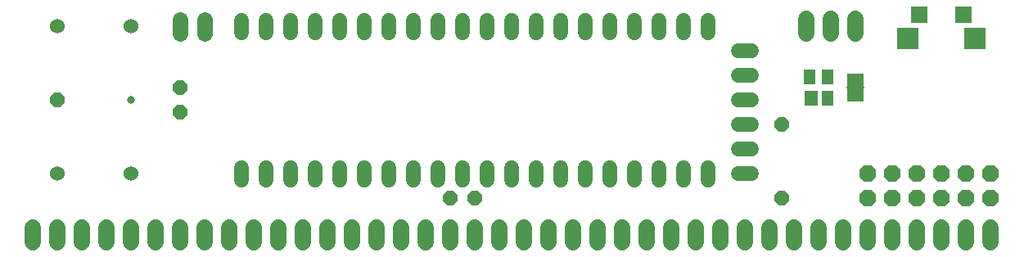
<source format=gts>
G75*
%MOIN*%
%OFA0B0*%
%FSLAX24Y24*%
%IPPOS*%
%LPD*%
%AMOC8*
5,1,8,0,0,1.08239X$1,22.5*
%
%ADD10C,0.0316*%
%ADD11C,0.0600*%
%ADD12OC8,0.0680*%
%ADD13C,0.0680*%
%ADD14OC8,0.0600*%
%ADD15C,0.0600*%
%ADD16OC8,0.0595*%
%ADD17R,0.0474X0.0647*%
%ADD18R,0.0552X0.0647*%
%ADD19R,0.0710X0.0540*%
%ADD20R,0.0720X0.0060*%
%ADD21R,0.0680X0.0680*%
%ADD22R,0.0905X0.0905*%
%ADD23C,0.0640*%
D10*
X004680Y006680D03*
D11*
X009180Y003940D02*
X009180Y003420D01*
X010180Y003420D02*
X010180Y003940D01*
X011180Y003940D02*
X011180Y003420D01*
X012180Y003420D02*
X012180Y003940D01*
X013180Y003940D02*
X013180Y003420D01*
X014180Y003420D02*
X014180Y003940D01*
X015180Y003940D02*
X015180Y003420D01*
X016180Y003420D02*
X016180Y003940D01*
X017180Y003940D02*
X017180Y003420D01*
X018180Y003420D02*
X018180Y003940D01*
X019180Y003940D02*
X019180Y003420D01*
X020180Y003420D02*
X020180Y003940D01*
X021180Y003940D02*
X021180Y003420D01*
X022180Y003420D02*
X022180Y003940D01*
X023180Y003940D02*
X023180Y003420D01*
X024180Y003420D02*
X024180Y003940D01*
X025180Y003940D02*
X025180Y003420D01*
X026180Y003420D02*
X026180Y003940D01*
X027180Y003940D02*
X027180Y003420D01*
X028180Y003420D02*
X028180Y003940D01*
X029420Y003680D02*
X029940Y003680D01*
X029940Y004680D02*
X029420Y004680D01*
X029420Y005680D02*
X029940Y005680D01*
X029940Y006680D02*
X029420Y006680D01*
X029420Y007680D02*
X029940Y007680D01*
X029940Y008680D02*
X029420Y008680D01*
X028180Y009420D02*
X028180Y009940D01*
X027180Y009940D02*
X027180Y009420D01*
X026180Y009420D02*
X026180Y009940D01*
X025180Y009940D02*
X025180Y009420D01*
X024180Y009420D02*
X024180Y009940D01*
X023180Y009940D02*
X023180Y009420D01*
X022180Y009420D02*
X022180Y009940D01*
X021180Y009940D02*
X021180Y009420D01*
X020180Y009420D02*
X020180Y009940D01*
X019180Y009940D02*
X019180Y009420D01*
X018180Y009420D02*
X018180Y009940D01*
X017180Y009940D02*
X017180Y009420D01*
X016180Y009420D02*
X016180Y009940D01*
X015180Y009940D02*
X015180Y009420D01*
X014180Y009420D02*
X014180Y009940D01*
X013180Y009940D02*
X013180Y009420D01*
X012180Y009420D02*
X012180Y009940D01*
X011180Y009940D02*
X011180Y009420D01*
X010180Y009420D02*
X010180Y009940D01*
X009180Y009940D02*
X009180Y009420D01*
D12*
X034680Y003680D03*
X035680Y003680D03*
X036680Y003680D03*
X037680Y003680D03*
X038680Y003680D03*
X039680Y003680D03*
X039680Y002680D03*
X038680Y002680D03*
X037680Y002680D03*
X036680Y002680D03*
X035680Y002680D03*
X034680Y002680D03*
D13*
X000680Y001480D02*
X000680Y000880D01*
X001680Y000880D02*
X001680Y001480D01*
X002680Y001480D02*
X002680Y000880D01*
X003680Y000880D02*
X003680Y001480D01*
X004680Y001480D02*
X004680Y000880D01*
X005680Y000880D02*
X005680Y001480D01*
X006680Y001480D02*
X006680Y000880D01*
X007680Y000880D02*
X007680Y001480D01*
X008680Y001480D02*
X008680Y000880D01*
X009680Y000880D02*
X009680Y001480D01*
X010680Y001480D02*
X010680Y000880D01*
X011680Y000880D02*
X011680Y001480D01*
X012680Y001480D02*
X012680Y000880D01*
X013680Y000880D02*
X013680Y001480D01*
X014680Y001480D02*
X014680Y000880D01*
X015680Y000880D02*
X015680Y001480D01*
X016680Y001480D02*
X016680Y000880D01*
X017680Y000880D02*
X017680Y001480D01*
X018680Y001480D02*
X018680Y000880D01*
X019680Y000880D02*
X019680Y001480D01*
X020680Y001480D02*
X020680Y000880D01*
X021680Y000880D02*
X021680Y001480D01*
X022680Y001480D02*
X022680Y000880D01*
X023680Y000880D02*
X023680Y001480D01*
X024680Y001480D02*
X024680Y000880D01*
X025680Y000880D02*
X025680Y001480D01*
X026680Y001480D02*
X026680Y000880D01*
X027680Y000880D02*
X027680Y001480D01*
X028680Y001480D02*
X028680Y000880D01*
X029680Y000880D02*
X029680Y001480D01*
X030680Y001480D02*
X030680Y000880D01*
X031680Y000880D02*
X031680Y001480D01*
X032680Y001480D02*
X032680Y000880D01*
X033680Y000880D02*
X033680Y001480D01*
X034680Y001480D02*
X034680Y000880D01*
X035680Y000880D02*
X035680Y001480D01*
X036680Y001480D02*
X036680Y000880D01*
X037680Y000880D02*
X037680Y001480D01*
X038680Y001480D02*
X038680Y000880D01*
X039680Y000880D02*
X039680Y001480D01*
X034180Y009380D02*
X034180Y009980D01*
X033180Y009980D02*
X033180Y009380D01*
X032180Y009380D02*
X032180Y009980D01*
D14*
X031180Y005680D03*
X031180Y002680D03*
X018680Y002680D03*
X017680Y002680D03*
X006680Y006180D03*
X006680Y007180D03*
D15*
X004680Y009680D03*
X001680Y009680D03*
X001680Y003680D03*
X004680Y003680D03*
D16*
X001680Y006680D03*
D17*
X032306Y007613D03*
X033054Y007613D03*
X033054Y006747D03*
D18*
X032385Y006747D03*
D19*
X034180Y006880D03*
X034180Y007480D03*
D20*
X034180Y007180D03*
D21*
X036795Y010170D03*
X038565Y010170D03*
D22*
X039060Y009190D03*
X036300Y009190D03*
D23*
X007680Y009400D02*
X007680Y009960D01*
X006680Y009960D02*
X006680Y009400D01*
M02*

</source>
